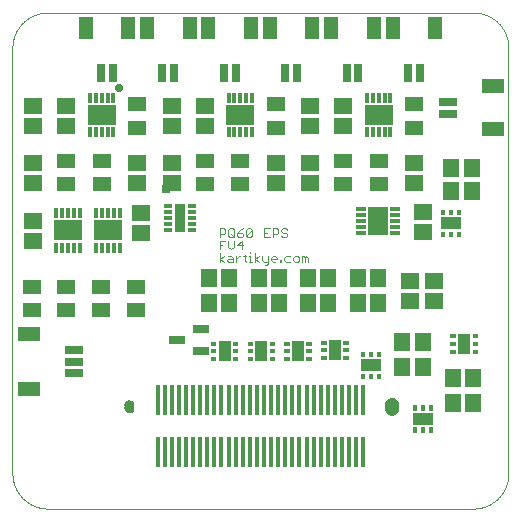
<source format=gts>
G75*
%MOIN*%
%OFA0B0*%
%FSLAX25Y25*%
%IPPOS*%
%LPD*%
%AMOC8*
5,1,8,0,0,1.08239X$1,22.5*
%
%ADD10C,0.00000*%
%ADD11C,0.00300*%
%ADD12R,0.02854X0.02657*%
%ADD13R,0.06306X0.05518*%
%ADD14R,0.05912X0.04731*%
%ADD15R,0.05400X0.02600*%
%ADD16C,0.04731*%
%ADD17C,0.03156*%
%ADD18R,0.01778X0.10046*%
%ADD19R,0.01600X0.03600*%
%ADD20R,0.09800X0.06900*%
%ADD21R,0.03600X0.01600*%
%ADD22R,0.06900X0.09800*%
%ADD23R,0.01581X0.01384*%
%ADD24R,0.06699X0.04337*%
%ADD25R,0.01581X0.00991*%
%ADD26R,0.03000X0.01600*%
%ADD27R,0.03700X0.09800*%
%ADD28R,0.05124X0.07487*%
%ADD29R,0.02762X0.06306*%
%ADD30R,0.07487X0.05124*%
%ADD31R,0.06306X0.02762*%
%ADD32R,0.05518X0.06306*%
%ADD33R,0.01384X0.01581*%
%ADD34R,0.04337X0.06699*%
%ADD35R,0.00991X0.01581*%
%ADD36C,0.02781*%
D10*
X0013311Y0018636D02*
X0155043Y0018636D01*
X0155328Y0018639D01*
X0155614Y0018650D01*
X0155899Y0018667D01*
X0156183Y0018691D01*
X0156467Y0018722D01*
X0156750Y0018760D01*
X0157031Y0018805D01*
X0157312Y0018856D01*
X0157592Y0018914D01*
X0157870Y0018979D01*
X0158146Y0019051D01*
X0158420Y0019129D01*
X0158693Y0019214D01*
X0158963Y0019306D01*
X0159231Y0019404D01*
X0159497Y0019508D01*
X0159760Y0019619D01*
X0160020Y0019736D01*
X0160278Y0019859D01*
X0160532Y0019989D01*
X0160783Y0020125D01*
X0161031Y0020266D01*
X0161275Y0020414D01*
X0161516Y0020567D01*
X0161752Y0020727D01*
X0161985Y0020892D01*
X0162214Y0021062D01*
X0162439Y0021238D01*
X0162659Y0021420D01*
X0162875Y0021606D01*
X0163086Y0021798D01*
X0163293Y0021995D01*
X0163495Y0022197D01*
X0163692Y0022404D01*
X0163884Y0022615D01*
X0164070Y0022831D01*
X0164252Y0023051D01*
X0164428Y0023276D01*
X0164598Y0023505D01*
X0164763Y0023738D01*
X0164923Y0023974D01*
X0165076Y0024215D01*
X0165224Y0024459D01*
X0165365Y0024707D01*
X0165501Y0024958D01*
X0165631Y0025212D01*
X0165754Y0025470D01*
X0165871Y0025730D01*
X0165982Y0025993D01*
X0166086Y0026259D01*
X0166184Y0026527D01*
X0166276Y0026797D01*
X0166361Y0027070D01*
X0166439Y0027344D01*
X0166511Y0027620D01*
X0166576Y0027898D01*
X0166634Y0028178D01*
X0166685Y0028459D01*
X0166730Y0028740D01*
X0166768Y0029023D01*
X0166799Y0029307D01*
X0166823Y0029591D01*
X0166840Y0029876D01*
X0166851Y0030162D01*
X0166854Y0030447D01*
X0166854Y0172179D01*
X0166851Y0172464D01*
X0166840Y0172750D01*
X0166823Y0173035D01*
X0166799Y0173319D01*
X0166768Y0173603D01*
X0166730Y0173886D01*
X0166685Y0174167D01*
X0166634Y0174448D01*
X0166576Y0174728D01*
X0166511Y0175006D01*
X0166439Y0175282D01*
X0166361Y0175556D01*
X0166276Y0175829D01*
X0166184Y0176099D01*
X0166086Y0176367D01*
X0165982Y0176633D01*
X0165871Y0176896D01*
X0165754Y0177156D01*
X0165631Y0177414D01*
X0165501Y0177668D01*
X0165365Y0177919D01*
X0165224Y0178167D01*
X0165076Y0178411D01*
X0164923Y0178652D01*
X0164763Y0178888D01*
X0164598Y0179121D01*
X0164428Y0179350D01*
X0164252Y0179575D01*
X0164070Y0179795D01*
X0163884Y0180011D01*
X0163692Y0180222D01*
X0163495Y0180429D01*
X0163293Y0180631D01*
X0163086Y0180828D01*
X0162875Y0181020D01*
X0162659Y0181206D01*
X0162439Y0181388D01*
X0162214Y0181564D01*
X0161985Y0181734D01*
X0161752Y0181899D01*
X0161516Y0182059D01*
X0161275Y0182212D01*
X0161031Y0182360D01*
X0160783Y0182501D01*
X0160532Y0182637D01*
X0160278Y0182767D01*
X0160020Y0182890D01*
X0159760Y0183007D01*
X0159497Y0183118D01*
X0159231Y0183222D01*
X0158963Y0183320D01*
X0158693Y0183412D01*
X0158420Y0183497D01*
X0158146Y0183575D01*
X0157870Y0183647D01*
X0157592Y0183712D01*
X0157312Y0183770D01*
X0157031Y0183821D01*
X0156750Y0183866D01*
X0156467Y0183904D01*
X0156183Y0183935D01*
X0155899Y0183959D01*
X0155614Y0183976D01*
X0155328Y0183987D01*
X0155043Y0183990D01*
X0013311Y0183990D01*
X0013026Y0183987D01*
X0012740Y0183976D01*
X0012455Y0183959D01*
X0012171Y0183935D01*
X0011887Y0183904D01*
X0011604Y0183866D01*
X0011323Y0183821D01*
X0011042Y0183770D01*
X0010762Y0183712D01*
X0010484Y0183647D01*
X0010208Y0183575D01*
X0009934Y0183497D01*
X0009661Y0183412D01*
X0009391Y0183320D01*
X0009123Y0183222D01*
X0008857Y0183118D01*
X0008594Y0183007D01*
X0008334Y0182890D01*
X0008076Y0182767D01*
X0007822Y0182637D01*
X0007571Y0182501D01*
X0007323Y0182360D01*
X0007079Y0182212D01*
X0006838Y0182059D01*
X0006602Y0181899D01*
X0006369Y0181734D01*
X0006140Y0181564D01*
X0005915Y0181388D01*
X0005695Y0181206D01*
X0005479Y0181020D01*
X0005268Y0180828D01*
X0005061Y0180631D01*
X0004859Y0180429D01*
X0004662Y0180222D01*
X0004470Y0180011D01*
X0004284Y0179795D01*
X0004102Y0179575D01*
X0003926Y0179350D01*
X0003756Y0179121D01*
X0003591Y0178888D01*
X0003431Y0178652D01*
X0003278Y0178411D01*
X0003130Y0178167D01*
X0002989Y0177919D01*
X0002853Y0177668D01*
X0002723Y0177414D01*
X0002600Y0177156D01*
X0002483Y0176896D01*
X0002372Y0176633D01*
X0002268Y0176367D01*
X0002170Y0176099D01*
X0002078Y0175829D01*
X0001993Y0175556D01*
X0001915Y0175282D01*
X0001843Y0175006D01*
X0001778Y0174728D01*
X0001720Y0174448D01*
X0001669Y0174167D01*
X0001624Y0173886D01*
X0001586Y0173603D01*
X0001555Y0173319D01*
X0001531Y0173035D01*
X0001514Y0172750D01*
X0001503Y0172464D01*
X0001500Y0172179D01*
X0001500Y0030447D01*
X0001503Y0030162D01*
X0001514Y0029876D01*
X0001531Y0029591D01*
X0001555Y0029307D01*
X0001586Y0029023D01*
X0001624Y0028740D01*
X0001669Y0028459D01*
X0001720Y0028178D01*
X0001778Y0027898D01*
X0001843Y0027620D01*
X0001915Y0027344D01*
X0001993Y0027070D01*
X0002078Y0026797D01*
X0002170Y0026527D01*
X0002268Y0026259D01*
X0002372Y0025993D01*
X0002483Y0025730D01*
X0002600Y0025470D01*
X0002723Y0025212D01*
X0002853Y0024958D01*
X0002989Y0024707D01*
X0003130Y0024459D01*
X0003278Y0024215D01*
X0003431Y0023974D01*
X0003591Y0023738D01*
X0003756Y0023505D01*
X0003926Y0023276D01*
X0004102Y0023051D01*
X0004284Y0022831D01*
X0004470Y0022615D01*
X0004662Y0022404D01*
X0004859Y0022197D01*
X0005061Y0021995D01*
X0005268Y0021798D01*
X0005479Y0021606D01*
X0005695Y0021420D01*
X0005915Y0021238D01*
X0006140Y0021062D01*
X0006369Y0020892D01*
X0006602Y0020727D01*
X0006838Y0020567D01*
X0007079Y0020414D01*
X0007323Y0020266D01*
X0007571Y0020125D01*
X0007822Y0019989D01*
X0008076Y0019859D01*
X0008334Y0019736D01*
X0008594Y0019619D01*
X0008857Y0019508D01*
X0009123Y0019404D01*
X0009391Y0019306D01*
X0009661Y0019214D01*
X0009934Y0019129D01*
X0010208Y0019051D01*
X0010484Y0018979D01*
X0010762Y0018914D01*
X0011042Y0018856D01*
X0011323Y0018805D01*
X0011604Y0018760D01*
X0011887Y0018722D01*
X0012171Y0018691D01*
X0012455Y0018667D01*
X0012740Y0018650D01*
X0013026Y0018639D01*
X0013311Y0018636D01*
X0039098Y0052100D02*
X0039100Y0052174D01*
X0039106Y0052248D01*
X0039116Y0052321D01*
X0039130Y0052394D01*
X0039147Y0052466D01*
X0039169Y0052536D01*
X0039194Y0052606D01*
X0039223Y0052674D01*
X0039256Y0052740D01*
X0039292Y0052805D01*
X0039332Y0052867D01*
X0039374Y0052928D01*
X0039420Y0052986D01*
X0039469Y0053041D01*
X0039521Y0053094D01*
X0039576Y0053144D01*
X0039633Y0053190D01*
X0039693Y0053234D01*
X0039755Y0053274D01*
X0039819Y0053311D01*
X0039885Y0053345D01*
X0039953Y0053375D01*
X0040022Y0053401D01*
X0040093Y0053424D01*
X0040164Y0053442D01*
X0040237Y0053457D01*
X0040310Y0053468D01*
X0040384Y0053475D01*
X0040458Y0053478D01*
X0040531Y0053477D01*
X0040605Y0053472D01*
X0040679Y0053463D01*
X0040752Y0053450D01*
X0040824Y0053433D01*
X0040895Y0053413D01*
X0040965Y0053388D01*
X0041033Y0053360D01*
X0041100Y0053329D01*
X0041165Y0053293D01*
X0041228Y0053255D01*
X0041289Y0053213D01*
X0041348Y0053167D01*
X0041404Y0053119D01*
X0041457Y0053068D01*
X0041507Y0053014D01*
X0041555Y0052957D01*
X0041599Y0052898D01*
X0041641Y0052836D01*
X0041679Y0052773D01*
X0041713Y0052707D01*
X0041744Y0052640D01*
X0041771Y0052571D01*
X0041794Y0052501D01*
X0041814Y0052430D01*
X0041830Y0052357D01*
X0041842Y0052284D01*
X0041850Y0052211D01*
X0041854Y0052137D01*
X0041854Y0052063D01*
X0041850Y0051989D01*
X0041842Y0051916D01*
X0041830Y0051843D01*
X0041814Y0051770D01*
X0041794Y0051699D01*
X0041771Y0051629D01*
X0041744Y0051560D01*
X0041713Y0051493D01*
X0041679Y0051427D01*
X0041641Y0051364D01*
X0041599Y0051302D01*
X0041555Y0051243D01*
X0041507Y0051186D01*
X0041457Y0051132D01*
X0041404Y0051081D01*
X0041348Y0051033D01*
X0041289Y0050987D01*
X0041228Y0050945D01*
X0041165Y0050907D01*
X0041100Y0050871D01*
X0041033Y0050840D01*
X0040965Y0050812D01*
X0040895Y0050787D01*
X0040824Y0050767D01*
X0040752Y0050750D01*
X0040679Y0050737D01*
X0040605Y0050728D01*
X0040531Y0050723D01*
X0040458Y0050722D01*
X0040384Y0050725D01*
X0040310Y0050732D01*
X0040237Y0050743D01*
X0040164Y0050758D01*
X0040093Y0050776D01*
X0040022Y0050799D01*
X0039953Y0050825D01*
X0039885Y0050855D01*
X0039819Y0050889D01*
X0039755Y0050926D01*
X0039693Y0050966D01*
X0039633Y0051010D01*
X0039576Y0051056D01*
X0039521Y0051106D01*
X0039469Y0051159D01*
X0039420Y0051214D01*
X0039374Y0051272D01*
X0039332Y0051333D01*
X0039292Y0051395D01*
X0039256Y0051460D01*
X0039223Y0051526D01*
X0039194Y0051594D01*
X0039169Y0051664D01*
X0039147Y0051734D01*
X0039130Y0051806D01*
X0039116Y0051879D01*
X0039106Y0051952D01*
X0039100Y0052026D01*
X0039098Y0052100D01*
X0039098Y0053281D02*
X0039100Y0053355D01*
X0039106Y0053429D01*
X0039116Y0053502D01*
X0039130Y0053575D01*
X0039147Y0053647D01*
X0039169Y0053717D01*
X0039194Y0053787D01*
X0039223Y0053855D01*
X0039256Y0053921D01*
X0039292Y0053986D01*
X0039332Y0054048D01*
X0039374Y0054109D01*
X0039420Y0054167D01*
X0039469Y0054222D01*
X0039521Y0054275D01*
X0039576Y0054325D01*
X0039633Y0054371D01*
X0039693Y0054415D01*
X0039755Y0054455D01*
X0039819Y0054492D01*
X0039885Y0054526D01*
X0039953Y0054556D01*
X0040022Y0054582D01*
X0040093Y0054605D01*
X0040164Y0054623D01*
X0040237Y0054638D01*
X0040310Y0054649D01*
X0040384Y0054656D01*
X0040458Y0054659D01*
X0040531Y0054658D01*
X0040605Y0054653D01*
X0040679Y0054644D01*
X0040752Y0054631D01*
X0040824Y0054614D01*
X0040895Y0054594D01*
X0040965Y0054569D01*
X0041033Y0054541D01*
X0041100Y0054510D01*
X0041165Y0054474D01*
X0041228Y0054436D01*
X0041289Y0054394D01*
X0041348Y0054348D01*
X0041404Y0054300D01*
X0041457Y0054249D01*
X0041507Y0054195D01*
X0041555Y0054138D01*
X0041599Y0054079D01*
X0041641Y0054017D01*
X0041679Y0053954D01*
X0041713Y0053888D01*
X0041744Y0053821D01*
X0041771Y0053752D01*
X0041794Y0053682D01*
X0041814Y0053611D01*
X0041830Y0053538D01*
X0041842Y0053465D01*
X0041850Y0053392D01*
X0041854Y0053318D01*
X0041854Y0053244D01*
X0041850Y0053170D01*
X0041842Y0053097D01*
X0041830Y0053024D01*
X0041814Y0052951D01*
X0041794Y0052880D01*
X0041771Y0052810D01*
X0041744Y0052741D01*
X0041713Y0052674D01*
X0041679Y0052608D01*
X0041641Y0052545D01*
X0041599Y0052483D01*
X0041555Y0052424D01*
X0041507Y0052367D01*
X0041457Y0052313D01*
X0041404Y0052262D01*
X0041348Y0052214D01*
X0041289Y0052168D01*
X0041228Y0052126D01*
X0041165Y0052088D01*
X0041100Y0052052D01*
X0041033Y0052021D01*
X0040965Y0051993D01*
X0040895Y0051968D01*
X0040824Y0051948D01*
X0040752Y0051931D01*
X0040679Y0051918D01*
X0040605Y0051909D01*
X0040531Y0051904D01*
X0040458Y0051903D01*
X0040384Y0051906D01*
X0040310Y0051913D01*
X0040237Y0051924D01*
X0040164Y0051939D01*
X0040093Y0051957D01*
X0040022Y0051980D01*
X0039953Y0052006D01*
X0039885Y0052036D01*
X0039819Y0052070D01*
X0039755Y0052107D01*
X0039693Y0052147D01*
X0039633Y0052191D01*
X0039576Y0052237D01*
X0039521Y0052287D01*
X0039469Y0052340D01*
X0039420Y0052395D01*
X0039374Y0052453D01*
X0039332Y0052514D01*
X0039292Y0052576D01*
X0039256Y0052641D01*
X0039223Y0052707D01*
X0039194Y0052775D01*
X0039169Y0052845D01*
X0039147Y0052915D01*
X0039130Y0052987D01*
X0039116Y0053060D01*
X0039106Y0053133D01*
X0039100Y0053207D01*
X0039098Y0053281D01*
X0125713Y0053281D02*
X0125715Y0053374D01*
X0125721Y0053466D01*
X0125731Y0053558D01*
X0125745Y0053649D01*
X0125762Y0053740D01*
X0125784Y0053830D01*
X0125809Y0053919D01*
X0125838Y0054007D01*
X0125871Y0054093D01*
X0125908Y0054178D01*
X0125948Y0054262D01*
X0125992Y0054343D01*
X0126039Y0054423D01*
X0126089Y0054501D01*
X0126143Y0054576D01*
X0126200Y0054649D01*
X0126260Y0054719D01*
X0126323Y0054787D01*
X0126389Y0054852D01*
X0126457Y0054914D01*
X0126528Y0054974D01*
X0126602Y0055030D01*
X0126678Y0055083D01*
X0126756Y0055132D01*
X0126836Y0055179D01*
X0126918Y0055221D01*
X0127002Y0055261D01*
X0127087Y0055296D01*
X0127174Y0055328D01*
X0127262Y0055357D01*
X0127351Y0055381D01*
X0127441Y0055402D01*
X0127532Y0055418D01*
X0127624Y0055431D01*
X0127716Y0055440D01*
X0127809Y0055445D01*
X0127901Y0055446D01*
X0127994Y0055443D01*
X0128086Y0055436D01*
X0128178Y0055425D01*
X0128269Y0055410D01*
X0128360Y0055392D01*
X0128450Y0055369D01*
X0128538Y0055343D01*
X0128626Y0055313D01*
X0128712Y0055279D01*
X0128796Y0055242D01*
X0128879Y0055200D01*
X0128960Y0055156D01*
X0129040Y0055108D01*
X0129117Y0055057D01*
X0129191Y0055002D01*
X0129264Y0054944D01*
X0129334Y0054884D01*
X0129401Y0054820D01*
X0129465Y0054754D01*
X0129527Y0054684D01*
X0129585Y0054613D01*
X0129640Y0054539D01*
X0129692Y0054462D01*
X0129741Y0054383D01*
X0129787Y0054303D01*
X0129829Y0054220D01*
X0129867Y0054136D01*
X0129902Y0054050D01*
X0129933Y0053963D01*
X0129960Y0053875D01*
X0129983Y0053785D01*
X0130003Y0053695D01*
X0130019Y0053604D01*
X0130031Y0053512D01*
X0130039Y0053420D01*
X0130043Y0053327D01*
X0130043Y0053235D01*
X0130039Y0053142D01*
X0130031Y0053050D01*
X0130019Y0052958D01*
X0130003Y0052867D01*
X0129983Y0052777D01*
X0129960Y0052687D01*
X0129933Y0052599D01*
X0129902Y0052512D01*
X0129867Y0052426D01*
X0129829Y0052342D01*
X0129787Y0052259D01*
X0129741Y0052179D01*
X0129692Y0052100D01*
X0129640Y0052023D01*
X0129585Y0051949D01*
X0129527Y0051878D01*
X0129465Y0051808D01*
X0129401Y0051742D01*
X0129334Y0051678D01*
X0129264Y0051618D01*
X0129191Y0051560D01*
X0129117Y0051505D01*
X0129040Y0051454D01*
X0128961Y0051406D01*
X0128879Y0051362D01*
X0128796Y0051320D01*
X0128712Y0051283D01*
X0128626Y0051249D01*
X0128538Y0051219D01*
X0128450Y0051193D01*
X0128360Y0051170D01*
X0128269Y0051152D01*
X0128178Y0051137D01*
X0128086Y0051126D01*
X0127994Y0051119D01*
X0127901Y0051116D01*
X0127809Y0051117D01*
X0127716Y0051122D01*
X0127624Y0051131D01*
X0127532Y0051144D01*
X0127441Y0051160D01*
X0127351Y0051181D01*
X0127262Y0051205D01*
X0127174Y0051234D01*
X0127087Y0051266D01*
X0127002Y0051301D01*
X0126918Y0051341D01*
X0126836Y0051383D01*
X0126756Y0051430D01*
X0126678Y0051479D01*
X0126602Y0051532D01*
X0126528Y0051588D01*
X0126457Y0051648D01*
X0126389Y0051710D01*
X0126323Y0051775D01*
X0126260Y0051843D01*
X0126200Y0051913D01*
X0126143Y0051986D01*
X0126089Y0052061D01*
X0126039Y0052139D01*
X0125992Y0052219D01*
X0125948Y0052300D01*
X0125908Y0052384D01*
X0125871Y0052469D01*
X0125838Y0052555D01*
X0125809Y0052643D01*
X0125784Y0052732D01*
X0125762Y0052822D01*
X0125745Y0052913D01*
X0125731Y0053004D01*
X0125721Y0053096D01*
X0125715Y0053188D01*
X0125713Y0053281D01*
X0125713Y0052100D02*
X0125715Y0052193D01*
X0125721Y0052285D01*
X0125731Y0052377D01*
X0125745Y0052468D01*
X0125762Y0052559D01*
X0125784Y0052649D01*
X0125809Y0052738D01*
X0125838Y0052826D01*
X0125871Y0052912D01*
X0125908Y0052997D01*
X0125948Y0053081D01*
X0125992Y0053162D01*
X0126039Y0053242D01*
X0126089Y0053320D01*
X0126143Y0053395D01*
X0126200Y0053468D01*
X0126260Y0053538D01*
X0126323Y0053606D01*
X0126389Y0053671D01*
X0126457Y0053733D01*
X0126528Y0053793D01*
X0126602Y0053849D01*
X0126678Y0053902D01*
X0126756Y0053951D01*
X0126836Y0053998D01*
X0126918Y0054040D01*
X0127002Y0054080D01*
X0127087Y0054115D01*
X0127174Y0054147D01*
X0127262Y0054176D01*
X0127351Y0054200D01*
X0127441Y0054221D01*
X0127532Y0054237D01*
X0127624Y0054250D01*
X0127716Y0054259D01*
X0127809Y0054264D01*
X0127901Y0054265D01*
X0127994Y0054262D01*
X0128086Y0054255D01*
X0128178Y0054244D01*
X0128269Y0054229D01*
X0128360Y0054211D01*
X0128450Y0054188D01*
X0128538Y0054162D01*
X0128626Y0054132D01*
X0128712Y0054098D01*
X0128796Y0054061D01*
X0128879Y0054019D01*
X0128960Y0053975D01*
X0129040Y0053927D01*
X0129117Y0053876D01*
X0129191Y0053821D01*
X0129264Y0053763D01*
X0129334Y0053703D01*
X0129401Y0053639D01*
X0129465Y0053573D01*
X0129527Y0053503D01*
X0129585Y0053432D01*
X0129640Y0053358D01*
X0129692Y0053281D01*
X0129741Y0053202D01*
X0129787Y0053122D01*
X0129829Y0053039D01*
X0129867Y0052955D01*
X0129902Y0052869D01*
X0129933Y0052782D01*
X0129960Y0052694D01*
X0129983Y0052604D01*
X0130003Y0052514D01*
X0130019Y0052423D01*
X0130031Y0052331D01*
X0130039Y0052239D01*
X0130043Y0052146D01*
X0130043Y0052054D01*
X0130039Y0051961D01*
X0130031Y0051869D01*
X0130019Y0051777D01*
X0130003Y0051686D01*
X0129983Y0051596D01*
X0129960Y0051506D01*
X0129933Y0051418D01*
X0129902Y0051331D01*
X0129867Y0051245D01*
X0129829Y0051161D01*
X0129787Y0051078D01*
X0129741Y0050998D01*
X0129692Y0050919D01*
X0129640Y0050842D01*
X0129585Y0050768D01*
X0129527Y0050697D01*
X0129465Y0050627D01*
X0129401Y0050561D01*
X0129334Y0050497D01*
X0129264Y0050437D01*
X0129191Y0050379D01*
X0129117Y0050324D01*
X0129040Y0050273D01*
X0128961Y0050225D01*
X0128879Y0050181D01*
X0128796Y0050139D01*
X0128712Y0050102D01*
X0128626Y0050068D01*
X0128538Y0050038D01*
X0128450Y0050012D01*
X0128360Y0049989D01*
X0128269Y0049971D01*
X0128178Y0049956D01*
X0128086Y0049945D01*
X0127994Y0049938D01*
X0127901Y0049935D01*
X0127809Y0049936D01*
X0127716Y0049941D01*
X0127624Y0049950D01*
X0127532Y0049963D01*
X0127441Y0049979D01*
X0127351Y0050000D01*
X0127262Y0050024D01*
X0127174Y0050053D01*
X0127087Y0050085D01*
X0127002Y0050120D01*
X0126918Y0050160D01*
X0126836Y0050202D01*
X0126756Y0050249D01*
X0126678Y0050298D01*
X0126602Y0050351D01*
X0126528Y0050407D01*
X0126457Y0050467D01*
X0126389Y0050529D01*
X0126323Y0050594D01*
X0126260Y0050662D01*
X0126200Y0050732D01*
X0126143Y0050805D01*
X0126089Y0050880D01*
X0126039Y0050958D01*
X0125992Y0051038D01*
X0125948Y0051119D01*
X0125908Y0051203D01*
X0125871Y0051288D01*
X0125838Y0051374D01*
X0125809Y0051462D01*
X0125784Y0051551D01*
X0125762Y0051641D01*
X0125745Y0051732D01*
X0125731Y0051823D01*
X0125721Y0051915D01*
X0125715Y0052007D01*
X0125713Y0052100D01*
D11*
X0086240Y0099905D02*
X0085757Y0099905D01*
X0086240Y0099905D02*
X0086724Y0100389D01*
X0086724Y0102807D01*
X0087736Y0102324D02*
X0087736Y0101356D01*
X0088219Y0100872D01*
X0089187Y0100872D01*
X0089671Y0101840D02*
X0087736Y0101840D01*
X0087736Y0102324D02*
X0088219Y0102807D01*
X0089187Y0102807D01*
X0089671Y0102324D01*
X0089671Y0101840D01*
X0090682Y0101356D02*
X0091166Y0101356D01*
X0091166Y0100872D01*
X0090682Y0100872D01*
X0090682Y0101356D01*
X0092155Y0101356D02*
X0092155Y0102324D01*
X0092639Y0102807D01*
X0094090Y0102807D01*
X0095102Y0102324D02*
X0095102Y0101356D01*
X0095586Y0100872D01*
X0096553Y0100872D01*
X0097037Y0101356D01*
X0097037Y0102324D01*
X0096553Y0102807D01*
X0095586Y0102807D01*
X0095102Y0102324D01*
X0094090Y0100872D02*
X0092639Y0100872D01*
X0092155Y0101356D01*
X0086724Y0100872D02*
X0085273Y0100872D01*
X0084789Y0101356D01*
X0084789Y0102807D01*
X0083785Y0102807D02*
X0082334Y0101840D01*
X0083785Y0100872D01*
X0082334Y0100872D02*
X0082334Y0103775D01*
X0080853Y0103775D02*
X0080853Y0104259D01*
X0080853Y0102807D02*
X0080369Y0102807D01*
X0080853Y0102807D02*
X0080853Y0100872D01*
X0080369Y0100872D02*
X0081337Y0100872D01*
X0079372Y0100872D02*
X0078889Y0101356D01*
X0078889Y0103291D01*
X0079372Y0102807D02*
X0078405Y0102807D01*
X0077401Y0102807D02*
X0076917Y0102807D01*
X0075950Y0101840D01*
X0075950Y0102807D02*
X0075950Y0100872D01*
X0074938Y0100872D02*
X0074938Y0102324D01*
X0074454Y0102807D01*
X0073487Y0102807D01*
X0073487Y0101840D02*
X0074938Y0101840D01*
X0074938Y0100872D02*
X0073487Y0100872D01*
X0073003Y0101356D01*
X0073487Y0101840D01*
X0071999Y0102807D02*
X0070548Y0101840D01*
X0071999Y0100872D01*
X0070548Y0100872D02*
X0070548Y0103775D01*
X0070548Y0105006D02*
X0070548Y0107909D01*
X0072483Y0107909D01*
X0073494Y0107909D02*
X0073494Y0105974D01*
X0074462Y0105006D01*
X0075429Y0105974D01*
X0075429Y0107909D01*
X0075429Y0109140D02*
X0074462Y0110108D01*
X0075429Y0109624D02*
X0074945Y0109140D01*
X0073978Y0109140D01*
X0073494Y0109624D01*
X0073494Y0111559D01*
X0073978Y0112043D01*
X0074945Y0112043D01*
X0075429Y0111559D01*
X0075429Y0109624D01*
X0076441Y0109624D02*
X0076924Y0109140D01*
X0077892Y0109140D01*
X0078376Y0109624D01*
X0078376Y0110108D01*
X0077892Y0110591D01*
X0076441Y0110591D01*
X0076441Y0109624D01*
X0076441Y0110591D02*
X0077408Y0111559D01*
X0078376Y0112043D01*
X0079387Y0111559D02*
X0079387Y0109624D01*
X0081322Y0111559D01*
X0081322Y0109624D01*
X0080838Y0109140D01*
X0079871Y0109140D01*
X0079387Y0109624D01*
X0079387Y0111559D02*
X0079871Y0112043D01*
X0080838Y0112043D01*
X0081322Y0111559D01*
X0085280Y0112043D02*
X0085280Y0109140D01*
X0087215Y0109140D01*
X0088227Y0109140D02*
X0088227Y0112043D01*
X0089678Y0112043D01*
X0090162Y0111559D01*
X0090162Y0110591D01*
X0089678Y0110108D01*
X0088227Y0110108D01*
X0086248Y0110591D02*
X0085280Y0110591D01*
X0085280Y0112043D02*
X0087215Y0112043D01*
X0091173Y0111559D02*
X0091173Y0111075D01*
X0091657Y0110591D01*
X0092624Y0110591D01*
X0093108Y0110108D01*
X0093108Y0109624D01*
X0092624Y0109140D01*
X0091657Y0109140D01*
X0091173Y0109624D01*
X0091173Y0111559D02*
X0091657Y0112043D01*
X0092624Y0112043D01*
X0093108Y0111559D01*
X0098048Y0102807D02*
X0098532Y0102807D01*
X0099016Y0102324D01*
X0099500Y0102807D01*
X0099983Y0102324D01*
X0099983Y0100872D01*
X0099016Y0100872D02*
X0099016Y0102324D01*
X0098048Y0102807D02*
X0098048Y0100872D01*
X0078376Y0106458D02*
X0076441Y0106458D01*
X0077892Y0107909D01*
X0077892Y0105006D01*
X0072483Y0110591D02*
X0071999Y0110108D01*
X0070548Y0110108D01*
X0070548Y0109140D02*
X0070548Y0112043D01*
X0071999Y0112043D01*
X0072483Y0111559D01*
X0072483Y0110591D01*
X0071515Y0106458D02*
X0070548Y0106458D01*
D12*
X0052632Y0125181D03*
D13*
X0054846Y0127297D03*
X0054846Y0133990D03*
X0054650Y0146195D03*
X0054650Y0152888D03*
X0065673Y0152888D03*
X0065673Y0146195D03*
X0043035Y0133990D03*
X0043035Y0127297D03*
X0044310Y0117061D03*
X0044310Y0110368D03*
X0019413Y0146195D03*
X0019413Y0152888D03*
X0008390Y0152888D03*
X0008390Y0146195D03*
X0008390Y0133990D03*
X0008390Y0127297D03*
X0008291Y0114600D03*
X0008291Y0107907D03*
X0089295Y0127297D03*
X0089295Y0133990D03*
X0100713Y0133990D03*
X0100713Y0127297D03*
X0100713Y0146195D03*
X0100713Y0152888D03*
X0111736Y0152888D03*
X0111736Y0146195D03*
X0135358Y0133990D03*
X0135358Y0127297D03*
X0138508Y0117652D03*
X0138508Y0110959D03*
X0142150Y0094620D03*
X0142150Y0087927D03*
X0133980Y0087829D03*
X0133980Y0094522D03*
D14*
X0123547Y0126707D03*
X0123547Y0134581D03*
X0111736Y0134581D03*
X0111736Y0126707D03*
X0089295Y0145604D03*
X0089295Y0153478D03*
X0077484Y0134581D03*
X0077484Y0126707D03*
X0065673Y0126707D03*
X0065673Y0134581D03*
X0043035Y0145604D03*
X0043035Y0153478D03*
X0031224Y0134581D03*
X0031224Y0126707D03*
X0019413Y0126707D03*
X0019413Y0134581D03*
X0019217Y0092652D03*
X0019217Y0084778D03*
X0008193Y0084778D03*
X0008193Y0092652D03*
X0031028Y0092652D03*
X0031028Y0084778D03*
X0042839Y0084778D03*
X0042839Y0092652D03*
X0135358Y0145604D03*
X0135358Y0153478D03*
D15*
X0064404Y0078515D03*
X0064404Y0071115D03*
X0056204Y0074815D03*
D16*
X0127878Y0053281D03*
X0127878Y0052100D03*
D17*
X0040476Y0052100D03*
X0040476Y0053281D03*
D18*
X0049925Y0054955D03*
X0052287Y0054955D03*
X0054650Y0054955D03*
X0057012Y0054955D03*
X0059374Y0054955D03*
X0061736Y0054955D03*
X0064098Y0054955D03*
X0066461Y0054955D03*
X0068823Y0054955D03*
X0071185Y0054955D03*
X0073547Y0054955D03*
X0075909Y0054955D03*
X0078272Y0054955D03*
X0080634Y0054955D03*
X0082996Y0054955D03*
X0085358Y0054955D03*
X0087720Y0054955D03*
X0090083Y0054955D03*
X0092445Y0054955D03*
X0094807Y0054955D03*
X0097169Y0054955D03*
X0099531Y0054955D03*
X0101894Y0054955D03*
X0104256Y0054955D03*
X0106618Y0054955D03*
X0108980Y0054955D03*
X0111343Y0054955D03*
X0113705Y0054955D03*
X0116067Y0054955D03*
X0118429Y0054955D03*
X0118429Y0037435D03*
X0116067Y0037435D03*
X0113705Y0037435D03*
X0111343Y0037435D03*
X0108980Y0037435D03*
X0106618Y0037435D03*
X0104256Y0037435D03*
X0101894Y0037435D03*
X0099531Y0037435D03*
X0097169Y0037435D03*
X0094807Y0037435D03*
X0092445Y0037435D03*
X0090083Y0037435D03*
X0087720Y0037435D03*
X0085358Y0037435D03*
X0082996Y0037435D03*
X0080634Y0037435D03*
X0078272Y0037435D03*
X0075909Y0037435D03*
X0073547Y0037435D03*
X0071185Y0037435D03*
X0068823Y0037435D03*
X0066461Y0037435D03*
X0064098Y0037435D03*
X0061736Y0037435D03*
X0059374Y0037435D03*
X0057012Y0037435D03*
X0054650Y0037435D03*
X0052287Y0037435D03*
X0049925Y0037435D03*
D19*
X0037290Y0105652D03*
X0035390Y0105652D03*
X0033390Y0105652D03*
X0031390Y0105652D03*
X0029490Y0105652D03*
X0023904Y0105652D03*
X0022004Y0105652D03*
X0020004Y0105652D03*
X0018004Y0105652D03*
X0016104Y0105652D03*
X0016104Y0117052D03*
X0018004Y0117052D03*
X0020004Y0117052D03*
X0022004Y0117052D03*
X0023904Y0117052D03*
X0029490Y0117052D03*
X0031390Y0117052D03*
X0033390Y0117052D03*
X0035390Y0117052D03*
X0037290Y0117052D03*
X0035124Y0144235D03*
X0033224Y0144235D03*
X0031224Y0144235D03*
X0029224Y0144235D03*
X0027324Y0144235D03*
X0027324Y0155635D03*
X0029224Y0155635D03*
X0031224Y0155635D03*
X0033224Y0155635D03*
X0035124Y0155635D03*
X0073584Y0155635D03*
X0075484Y0155635D03*
X0077484Y0155635D03*
X0079484Y0155635D03*
X0081384Y0155635D03*
X0081384Y0144235D03*
X0079484Y0144235D03*
X0077484Y0144235D03*
X0075484Y0144235D03*
X0073584Y0144235D03*
X0119647Y0144235D03*
X0121547Y0144235D03*
X0123547Y0144235D03*
X0125547Y0144235D03*
X0127447Y0144235D03*
X0127447Y0155635D03*
X0125547Y0155635D03*
X0123547Y0155635D03*
X0121547Y0155635D03*
X0119647Y0155635D03*
D20*
X0123547Y0149935D03*
X0077484Y0149935D03*
X0033390Y0111352D03*
X0020004Y0111352D03*
X0031224Y0149935D03*
D21*
X0117550Y0118402D03*
X0117550Y0116502D03*
X0117550Y0114502D03*
X0117550Y0112502D03*
X0117550Y0110602D03*
X0129150Y0110602D03*
X0129150Y0112502D03*
X0129150Y0114502D03*
X0129150Y0116502D03*
X0129150Y0118402D03*
D22*
X0123350Y0114502D03*
D23*
X0145102Y0117159D03*
X0147661Y0117159D03*
X0150220Y0117159D03*
X0150220Y0110270D03*
X0147661Y0110270D03*
X0145102Y0110270D03*
X0123646Y0069817D03*
X0121087Y0069817D03*
X0118528Y0069817D03*
X0118528Y0062927D03*
X0121087Y0062927D03*
X0123646Y0062927D03*
X0135752Y0051904D03*
X0138311Y0051904D03*
X0140870Y0051904D03*
X0140870Y0045014D03*
X0138311Y0045014D03*
X0135752Y0045014D03*
D24*
X0138311Y0048459D03*
X0121087Y0066372D03*
X0147661Y0113715D03*
D25*
X0147661Y0117947D03*
X0145102Y0117947D03*
X0150220Y0117947D03*
X0150220Y0109482D03*
X0147661Y0109482D03*
X0145102Y0109482D03*
X0123646Y0070604D03*
X0121087Y0070604D03*
X0118528Y0070604D03*
X0118528Y0062140D03*
X0121087Y0062140D03*
X0123646Y0062140D03*
X0135752Y0052691D03*
X0138311Y0052691D03*
X0140870Y0052691D03*
X0140870Y0044226D03*
X0138311Y0044226D03*
X0135752Y0044226D03*
D26*
X0061406Y0111586D03*
X0061406Y0113486D03*
X0061406Y0115486D03*
X0061406Y0117486D03*
X0061406Y0119386D03*
X0053406Y0119386D03*
X0053406Y0117486D03*
X0053406Y0115486D03*
X0053406Y0113486D03*
X0053406Y0111586D03*
D27*
X0057406Y0115486D03*
D28*
X0060555Y0178872D03*
X0066854Y0178872D03*
X0081028Y0178872D03*
X0087327Y0178872D03*
X0101500Y0178872D03*
X0107799Y0178872D03*
X0121972Y0178872D03*
X0128272Y0178872D03*
X0142445Y0178872D03*
X0046382Y0178872D03*
X0040083Y0178872D03*
X0025909Y0178872D03*
D29*
X0031028Y0163715D03*
X0034965Y0163715D03*
X0051500Y0163715D03*
X0055437Y0163715D03*
X0071972Y0163715D03*
X0075909Y0163715D03*
X0092445Y0163715D03*
X0096382Y0163715D03*
X0112917Y0163715D03*
X0116854Y0163715D03*
X0133390Y0163715D03*
X0137327Y0163715D03*
D30*
X0161736Y0159384D03*
X0161736Y0145211D03*
X0007012Y0076707D03*
X0007012Y0058596D03*
D31*
X0022169Y0063715D03*
X0022169Y0067652D03*
X0022169Y0071589D03*
X0146579Y0150329D03*
X0146579Y0154266D03*
D32*
X0147858Y0132317D03*
X0154551Y0132317D03*
X0154551Y0124344D03*
X0147858Y0124344D03*
X0123252Y0095506D03*
X0116559Y0095506D03*
X0116559Y0087238D03*
X0123252Y0087238D03*
X0131520Y0074148D03*
X0138213Y0074148D03*
X0138213Y0065978D03*
X0131520Y0065978D03*
X0148350Y0062140D03*
X0155043Y0062140D03*
X0155043Y0053970D03*
X0148350Y0053970D03*
X0106815Y0087238D03*
X0100122Y0087238D03*
X0100122Y0095506D03*
X0106815Y0095506D03*
X0090280Y0095506D03*
X0083587Y0095506D03*
X0083587Y0087238D03*
X0090280Y0087238D03*
X0073843Y0087238D03*
X0067150Y0087238D03*
X0067150Y0095506D03*
X0073843Y0095506D03*
D33*
X0075713Y0073656D03*
X0075713Y0071096D03*
X0075713Y0068537D03*
X0081028Y0068537D03*
X0081028Y0071096D03*
X0081028Y0073656D03*
X0087917Y0073656D03*
X0087917Y0071096D03*
X0087917Y0068537D03*
X0093232Y0068537D03*
X0093232Y0071096D03*
X0093232Y0073656D03*
X0100122Y0073656D03*
X0100122Y0071096D03*
X0100122Y0068537D03*
X0105634Y0068833D03*
X0105634Y0071392D03*
X0105634Y0073951D03*
X0112524Y0073951D03*
X0112524Y0071392D03*
X0112524Y0068833D03*
X0148646Y0070998D03*
X0148646Y0073557D03*
X0148646Y0076116D03*
X0155535Y0076116D03*
X0155535Y0073557D03*
X0155535Y0070998D03*
X0068823Y0071096D03*
X0068823Y0073656D03*
X0068823Y0068537D03*
D34*
X0072268Y0071096D03*
X0084472Y0071096D03*
X0096677Y0071096D03*
X0109079Y0071392D03*
X0152091Y0073557D03*
D35*
X0156323Y0073557D03*
X0156323Y0070998D03*
X0156323Y0076116D03*
X0147858Y0076116D03*
X0147858Y0073557D03*
X0147858Y0070998D03*
X0113311Y0071392D03*
X0113311Y0073951D03*
X0113311Y0068833D03*
X0104846Y0068833D03*
X0104846Y0071392D03*
X0104846Y0073951D03*
X0100909Y0073656D03*
X0100909Y0071096D03*
X0100909Y0068537D03*
X0092445Y0068537D03*
X0092445Y0071096D03*
X0092445Y0073656D03*
X0088705Y0073656D03*
X0088705Y0071096D03*
X0088705Y0068537D03*
X0080240Y0068537D03*
X0080240Y0071096D03*
X0080240Y0073656D03*
X0076500Y0073656D03*
X0076500Y0071096D03*
X0076500Y0068537D03*
X0068035Y0068537D03*
X0068035Y0071096D03*
X0068035Y0073656D03*
D36*
X0123350Y0115289D03*
X0138508Y0110762D03*
X0037130Y0158793D03*
X0031028Y0165388D03*
M02*

</source>
